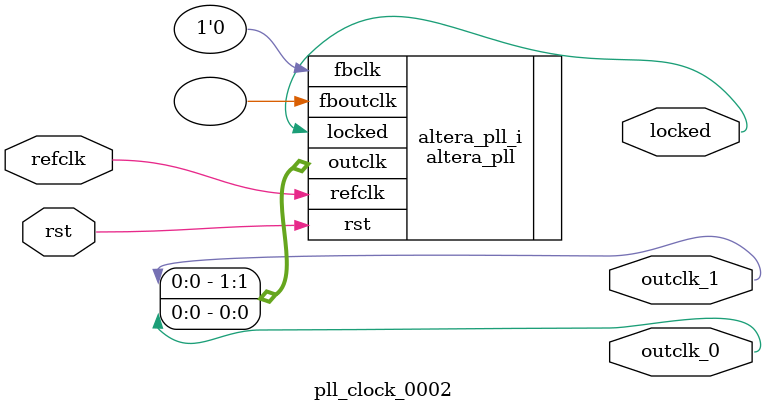
<source format=v>
`timescale 1ns/10ps
module  pll_clock_0002(

	// interface 'refclk'
	input wire refclk,

	// interface 'reset'
	input wire rst,

	// interface 'outclk0'
	output wire outclk_0,

	// interface 'outclk1'
	output wire outclk_1,

	// interface 'locked'
	output wire locked
);

	altera_pll #(
		.fractional_vco_multiplier("false"),
		.reference_clock_frequency("50.0 MHz"),
		.operation_mode("direct"),
		.number_of_clocks(2),
		.output_clock_frequency0("120.000000 MHz"),
		.phase_shift0("0 ps"),
		.duty_cycle0(50),
		.output_clock_frequency1("120.000000 MHz"),
		.phase_shift1("0 ps"),
		.duty_cycle1(50),
		.output_clock_frequency2("0 MHz"),
		.phase_shift2("0 ps"),
		.duty_cycle2(50),
		.output_clock_frequency3("0 MHz"),
		.phase_shift3("0 ps"),
		.duty_cycle3(50),
		.output_clock_frequency4("0 MHz"),
		.phase_shift4("0 ps"),
		.duty_cycle4(50),
		.output_clock_frequency5("0 MHz"),
		.phase_shift5("0 ps"),
		.duty_cycle5(50),
		.output_clock_frequency6("0 MHz"),
		.phase_shift6("0 ps"),
		.duty_cycle6(50),
		.output_clock_frequency7("0 MHz"),
		.phase_shift7("0 ps"),
		.duty_cycle7(50),
		.output_clock_frequency8("0 MHz"),
		.phase_shift8("0 ps"),
		.duty_cycle8(50),
		.output_clock_frequency9("0 MHz"),
		.phase_shift9("0 ps"),
		.duty_cycle9(50),
		.output_clock_frequency10("0 MHz"),
		.phase_shift10("0 ps"),
		.duty_cycle10(50),
		.output_clock_frequency11("0 MHz"),
		.phase_shift11("0 ps"),
		.duty_cycle11(50),
		.output_clock_frequency12("0 MHz"),
		.phase_shift12("0 ps"),
		.duty_cycle12(50),
		.output_clock_frequency13("0 MHz"),
		.phase_shift13("0 ps"),
		.duty_cycle13(50),
		.output_clock_frequency14("0 MHz"),
		.phase_shift14("0 ps"),
		.duty_cycle14(50),
		.output_clock_frequency15("0 MHz"),
		.phase_shift15("0 ps"),
		.duty_cycle15(50),
		.output_clock_frequency16("0 MHz"),
		.phase_shift16("0 ps"),
		.duty_cycle16(50),
		.output_clock_frequency17("0 MHz"),
		.phase_shift17("0 ps"),
		.duty_cycle17(50),
		.pll_type("General"),
		.pll_subtype("General")
	) altera_pll_i (
		.rst	(rst),
		.outclk	({outclk_1, outclk_0}),
		.locked	(locked),
		.fboutclk	( ),
		.fbclk	(1'b0),
		.refclk	(refclk)
	);
endmodule


</source>
